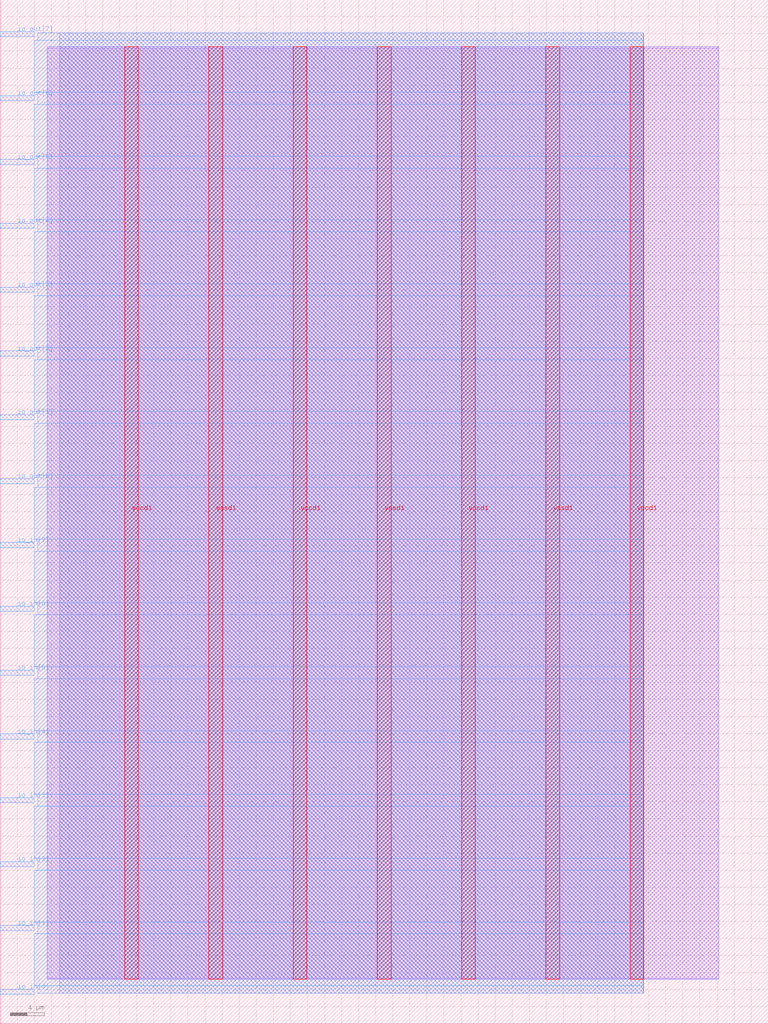
<source format=lef>
VERSION 5.7 ;
  NOWIREEXTENSIONATPIN ON ;
  DIVIDERCHAR "/" ;
  BUSBITCHARS "[]" ;
MACRO user_module_341535056611770964
  CLASS BLOCK ;
  FOREIGN user_module_341535056611770964 ;
  ORIGIN 0.000 0.000 ;
  SIZE 90.000 BY 120.000 ;
  PIN io_in[0]
    DIRECTION INPUT ;
    USE SIGNAL ;
    PORT
      LAYER met3 ;
        RECT 0.000 3.440 4.000 4.040 ;
    END
  END io_in[0]
  PIN io_in[1]
    DIRECTION INPUT ;
    USE SIGNAL ;
    PORT
      LAYER met3 ;
        RECT 0.000 10.920 4.000 11.520 ;
    END
  END io_in[1]
  PIN io_in[2]
    DIRECTION INPUT ;
    USE SIGNAL ;
    PORT
      LAYER met3 ;
        RECT 0.000 18.400 4.000 19.000 ;
    END
  END io_in[2]
  PIN io_in[3]
    DIRECTION INPUT ;
    USE SIGNAL ;
    PORT
      LAYER met3 ;
        RECT 0.000 25.880 4.000 26.480 ;
    END
  END io_in[3]
  PIN io_in[4]
    DIRECTION INPUT ;
    USE SIGNAL ;
    PORT
      LAYER met3 ;
        RECT 0.000 33.360 4.000 33.960 ;
    END
  END io_in[4]
  PIN io_in[5]
    DIRECTION INPUT ;
    USE SIGNAL ;
    PORT
      LAYER met3 ;
        RECT 0.000 40.840 4.000 41.440 ;
    END
  END io_in[5]
  PIN io_in[6]
    DIRECTION INPUT ;
    USE SIGNAL ;
    PORT
      LAYER met3 ;
        RECT 0.000 48.320 4.000 48.920 ;
    END
  END io_in[6]
  PIN io_in[7]
    DIRECTION INPUT ;
    USE SIGNAL ;
    PORT
      LAYER met3 ;
        RECT 0.000 55.800 4.000 56.400 ;
    END
  END io_in[7]
  PIN io_out[0]
    DIRECTION OUTPUT TRISTATE ;
    USE SIGNAL ;
    PORT
      LAYER met3 ;
        RECT 0.000 63.280 4.000 63.880 ;
    END
  END io_out[0]
  PIN io_out[1]
    DIRECTION OUTPUT TRISTATE ;
    USE SIGNAL ;
    PORT
      LAYER met3 ;
        RECT 0.000 70.760 4.000 71.360 ;
    END
  END io_out[1]
  PIN io_out[2]
    DIRECTION OUTPUT TRISTATE ;
    USE SIGNAL ;
    PORT
      LAYER met3 ;
        RECT 0.000 78.240 4.000 78.840 ;
    END
  END io_out[2]
  PIN io_out[3]
    DIRECTION OUTPUT TRISTATE ;
    USE SIGNAL ;
    PORT
      LAYER met3 ;
        RECT 0.000 85.720 4.000 86.320 ;
    END
  END io_out[3]
  PIN io_out[4]
    DIRECTION OUTPUT TRISTATE ;
    USE SIGNAL ;
    PORT
      LAYER met3 ;
        RECT 0.000 93.200 4.000 93.800 ;
    END
  END io_out[4]
  PIN io_out[5]
    DIRECTION OUTPUT TRISTATE ;
    USE SIGNAL ;
    PORT
      LAYER met3 ;
        RECT 0.000 100.680 4.000 101.280 ;
    END
  END io_out[5]
  PIN io_out[6]
    DIRECTION OUTPUT TRISTATE ;
    USE SIGNAL ;
    PORT
      LAYER met3 ;
        RECT 0.000 108.160 4.000 108.760 ;
    END
  END io_out[6]
  PIN io_out[7]
    DIRECTION OUTPUT TRISTATE ;
    USE SIGNAL ;
    PORT
      LAYER met3 ;
        RECT 0.000 115.640 4.000 116.240 ;
    END
  END io_out[7]
  PIN vccd1
    DIRECTION INOUT ;
    USE POWER ;
    PORT
      LAYER met4 ;
        RECT 14.590 5.200 16.190 114.480 ;
    END
    PORT
      LAYER met4 ;
        RECT 34.330 5.200 35.930 114.480 ;
    END
    PORT
      LAYER met4 ;
        RECT 54.070 5.200 55.670 114.480 ;
    END
    PORT
      LAYER met4 ;
        RECT 73.810 5.200 75.410 114.480 ;
    END
  END vccd1
  PIN vssd1
    DIRECTION INOUT ;
    USE GROUND ;
    PORT
      LAYER met4 ;
        RECT 24.460 5.200 26.060 114.480 ;
    END
    PORT
      LAYER met4 ;
        RECT 44.200 5.200 45.800 114.480 ;
    END
    PORT
      LAYER met4 ;
        RECT 63.940 5.200 65.540 114.480 ;
    END
  END vssd1
  OBS
      LAYER li1 ;
        RECT 5.520 5.355 84.180 114.325 ;
      LAYER met1 ;
        RECT 5.520 5.200 84.180 114.480 ;
      LAYER met2 ;
        RECT 6.990 3.555 75.380 116.125 ;
      LAYER met3 ;
        RECT 4.400 115.240 75.400 116.105 ;
        RECT 4.000 109.160 75.400 115.240 ;
        RECT 4.400 107.760 75.400 109.160 ;
        RECT 4.000 101.680 75.400 107.760 ;
        RECT 4.400 100.280 75.400 101.680 ;
        RECT 4.000 94.200 75.400 100.280 ;
        RECT 4.400 92.800 75.400 94.200 ;
        RECT 4.000 86.720 75.400 92.800 ;
        RECT 4.400 85.320 75.400 86.720 ;
        RECT 4.000 79.240 75.400 85.320 ;
        RECT 4.400 77.840 75.400 79.240 ;
        RECT 4.000 71.760 75.400 77.840 ;
        RECT 4.400 70.360 75.400 71.760 ;
        RECT 4.000 64.280 75.400 70.360 ;
        RECT 4.400 62.880 75.400 64.280 ;
        RECT 4.000 56.800 75.400 62.880 ;
        RECT 4.400 55.400 75.400 56.800 ;
        RECT 4.000 49.320 75.400 55.400 ;
        RECT 4.400 47.920 75.400 49.320 ;
        RECT 4.000 41.840 75.400 47.920 ;
        RECT 4.400 40.440 75.400 41.840 ;
        RECT 4.000 34.360 75.400 40.440 ;
        RECT 4.400 32.960 75.400 34.360 ;
        RECT 4.000 26.880 75.400 32.960 ;
        RECT 4.400 25.480 75.400 26.880 ;
        RECT 4.000 19.400 75.400 25.480 ;
        RECT 4.400 18.000 75.400 19.400 ;
        RECT 4.000 11.920 75.400 18.000 ;
        RECT 4.400 10.520 75.400 11.920 ;
        RECT 4.000 4.440 75.400 10.520 ;
        RECT 4.400 3.575 75.400 4.440 ;
  END
END user_module_341535056611770964
END LIBRARY


</source>
